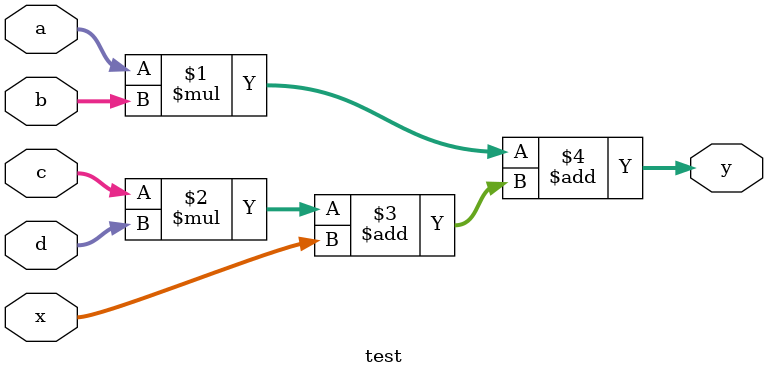
<source format=v>
module test(a, b, c, d, x, y);
input [15:0] a, b, c, d;
input [31:0] x;
output [31:0] y;
assign y = a*b + (c*d + x);
endmodule

</source>
